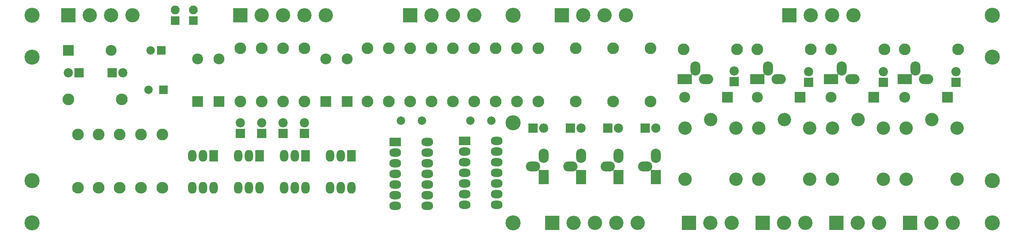
<source format=gbr>
G04 #@! TF.FileFunction,Soldermask,Top*
%FSLAX46Y46*%
G04 Gerber Fmt 4.6, Leading zero omitted, Abs format (unit mm)*
G04 Created by KiCad (PCBNEW 4.0.5+dfsg1-4) date Mon Apr  5 20:02:12 2021*
%MOMM*%
%LPD*%
G01*
G04 APERTURE LIST*
%ADD10C,0.100000*%
%ADD11C,2.000000*%
%ADD12R,2.000000X2.000000*%
%ADD13R,2.600000X2.600000*%
%ADD14O,2.600000X2.600000*%
%ADD15R,2.200000X2.200000*%
%ADD16C,2.200000*%
%ADD17C,3.400000*%
%ADD18R,3.400000X3.400000*%
%ADD19R,2.100000X2.100000*%
%ADD20O,2.100000X2.100000*%
%ADD21C,3.200000*%
%ADD22O,2.400000X3.400000*%
%ADD23R,3.400000X2.400000*%
%ADD24O,3.400000X2.400000*%
%ADD25C,2.800000*%
%ADD26O,2.800000X2.800000*%
%ADD27R,2.000000X2.800000*%
%ADD28O,2.000000X2.800000*%
%ADD29R,2.800000X2.000000*%
%ADD30O,2.800000X2.000000*%
%ADD31R,2.400000X3.400000*%
%ADD32C,3.600000*%
G04 APERTURE END LIST*
D10*
D11*
X124714000Y-98044000D03*
X119714000Y-98044000D03*
X141224000Y-98044000D03*
X136224000Y-98044000D03*
D12*
X63246000Y-90678000D03*
D11*
X59746000Y-90678000D03*
D13*
X76454000Y-93472000D03*
D14*
X76454000Y-83312000D03*
D15*
X81534000Y-101092000D03*
D16*
X81534000Y-98552000D03*
D15*
X86614000Y-101092000D03*
D16*
X86614000Y-98552000D03*
D15*
X91694000Y-101092000D03*
D16*
X91694000Y-98552000D03*
D15*
X96774000Y-101092000D03*
D16*
X96774000Y-98552000D03*
D15*
X199009000Y-88773000D03*
D16*
X199009000Y-86233000D03*
D15*
X216662000Y-88900000D03*
D16*
X216662000Y-86360000D03*
D15*
X234442000Y-88900000D03*
D16*
X234442000Y-86360000D03*
D15*
X251714000Y-88900000D03*
D16*
X251714000Y-86360000D03*
D13*
X197358000Y-92456000D03*
D14*
X187198000Y-92456000D03*
D17*
X86614000Y-72898000D03*
X91694000Y-72898000D03*
D18*
X81534000Y-72898000D03*
D17*
X96774000Y-72898000D03*
X101854000Y-72898000D03*
X127000000Y-72898000D03*
X132080000Y-72898000D03*
D18*
X121920000Y-72898000D03*
D17*
X137160000Y-72898000D03*
X45720000Y-72898000D03*
X50800000Y-72898000D03*
D18*
X40640000Y-72898000D03*
D17*
X55880000Y-72898000D03*
X217170000Y-72898000D03*
X222250000Y-72898000D03*
D18*
X212090000Y-72898000D03*
D17*
X227330000Y-72898000D03*
X163068000Y-72898000D03*
X168148000Y-72898000D03*
D18*
X157988000Y-72898000D03*
D17*
X173228000Y-72898000D03*
D18*
X188214000Y-122428000D03*
D17*
X193294000Y-122428000D03*
X198374000Y-122428000D03*
D18*
X205740000Y-122428000D03*
D17*
X210820000Y-122428000D03*
X215900000Y-122428000D03*
D18*
X223266000Y-122428000D03*
D17*
X228346000Y-122428000D03*
X233426000Y-122428000D03*
D18*
X240792000Y-122428000D03*
D17*
X245872000Y-122428000D03*
X250952000Y-122428000D03*
X160782000Y-122428000D03*
X165862000Y-122428000D03*
D18*
X155702000Y-122428000D03*
D17*
X170942000Y-122428000D03*
X176022000Y-122428000D03*
D19*
X70358000Y-74168000D03*
D20*
X70358000Y-71628000D03*
D19*
X66040000Y-74168000D03*
D20*
X66040000Y-71628000D03*
D21*
X193421000Y-97790000D03*
X187325000Y-112014000D03*
X187325000Y-99822000D03*
X199390000Y-112014000D03*
X199390000Y-99822000D03*
X210947000Y-97790000D03*
X204851000Y-112014000D03*
X204851000Y-99822000D03*
X216916000Y-112014000D03*
X216916000Y-99822000D03*
X228473000Y-97790000D03*
X222377000Y-112014000D03*
X222377000Y-99822000D03*
X234442000Y-112014000D03*
X234442000Y-99822000D03*
X245999000Y-97790000D03*
X239903000Y-112014000D03*
X239903000Y-99822000D03*
X251968000Y-112014000D03*
X251968000Y-99822000D03*
D22*
X189738000Y-85598000D03*
D23*
X187198000Y-88138000D03*
D24*
X192278000Y-88138000D03*
D22*
X207010000Y-85598000D03*
D23*
X204470000Y-88138000D03*
D24*
X209550000Y-88138000D03*
D22*
X224536000Y-85598000D03*
D23*
X221996000Y-88138000D03*
D24*
X227076000Y-88138000D03*
D22*
X242062000Y-85598000D03*
D23*
X239522000Y-88138000D03*
D24*
X244602000Y-88138000D03*
D25*
X81534000Y-93472000D03*
D26*
X81534000Y-80772000D03*
D25*
X62992000Y-101346000D03*
D26*
X62992000Y-114046000D03*
D25*
X57912000Y-101346000D03*
D26*
X57912000Y-114046000D03*
D25*
X52832000Y-101346000D03*
D26*
X52832000Y-114046000D03*
D25*
X47879000Y-101346000D03*
D26*
X47879000Y-114046000D03*
D25*
X186944000Y-81026000D03*
D26*
X199644000Y-81026000D03*
D27*
X75184000Y-106426000D03*
D28*
X70104000Y-114046000D03*
X72644000Y-106426000D03*
X72644000Y-114046000D03*
X70104000Y-106426000D03*
X75184000Y-114046000D03*
D27*
X86106000Y-106426000D03*
D28*
X81026000Y-114046000D03*
X83566000Y-106426000D03*
X83566000Y-114046000D03*
X81026000Y-106426000D03*
X86106000Y-114046000D03*
D27*
X97028000Y-106426000D03*
D28*
X91948000Y-114046000D03*
X94488000Y-106426000D03*
X94488000Y-114046000D03*
X91948000Y-106426000D03*
X97028000Y-114046000D03*
D27*
X107950000Y-106426000D03*
D28*
X102870000Y-114046000D03*
X105410000Y-106426000D03*
X105410000Y-114046000D03*
X102870000Y-106426000D03*
X107950000Y-114046000D03*
D29*
X118364000Y-103124000D03*
D30*
X125984000Y-118364000D03*
X118364000Y-105664000D03*
X125984000Y-115824000D03*
X118364000Y-108204000D03*
X125984000Y-113284000D03*
X118364000Y-110744000D03*
X125984000Y-110744000D03*
X118364000Y-113284000D03*
X125984000Y-108204000D03*
X118364000Y-115824000D03*
X125984000Y-105664000D03*
X118364000Y-118364000D03*
X125984000Y-103124000D03*
D29*
X134874000Y-102870000D03*
D30*
X142494000Y-118110000D03*
X134874000Y-105410000D03*
X142494000Y-115570000D03*
X134874000Y-107950000D03*
X142494000Y-113030000D03*
X134874000Y-110490000D03*
X142494000Y-110490000D03*
X134874000Y-113030000D03*
X142494000Y-107950000D03*
X134874000Y-115570000D03*
X142494000Y-105410000D03*
X134874000Y-118110000D03*
X142494000Y-102870000D03*
D15*
X43180000Y-86614000D03*
D16*
X40640000Y-86614000D03*
D25*
X137160000Y-80772000D03*
D26*
X137160000Y-93472000D03*
D12*
X62738000Y-81280000D03*
D11*
X60238000Y-81280000D03*
D13*
X71374000Y-93472000D03*
D14*
X71374000Y-83312000D03*
D13*
X106934000Y-93472000D03*
D14*
X106934000Y-83312000D03*
D13*
X101854000Y-93472000D03*
D14*
X101854000Y-83312000D03*
D13*
X40640000Y-81280000D03*
D14*
X50800000Y-81280000D03*
D25*
X86614000Y-93472000D03*
D26*
X86614000Y-80772000D03*
D25*
X91694000Y-93472000D03*
D26*
X91694000Y-80772000D03*
D25*
X96774000Y-93472000D03*
D26*
X96774000Y-80772000D03*
D25*
X40640000Y-92964000D03*
D26*
X53340000Y-92964000D03*
D13*
X214630000Y-92456000D03*
D14*
X204470000Y-92456000D03*
D13*
X232156000Y-92456000D03*
D14*
X221996000Y-92456000D03*
D13*
X249682000Y-92456000D03*
D14*
X239522000Y-92456000D03*
D24*
X151130000Y-108966000D03*
D31*
X153670000Y-111506000D03*
D22*
X153670000Y-106426000D03*
D24*
X160020000Y-108966000D03*
D31*
X162560000Y-111506000D03*
D22*
X162560000Y-106426000D03*
D24*
X168910000Y-108966000D03*
D31*
X171450000Y-111506000D03*
D22*
X171450000Y-106426000D03*
D24*
X177800000Y-108966000D03*
D31*
X180340000Y-111506000D03*
D22*
X180340000Y-106426000D03*
D15*
X151130000Y-99822000D03*
D16*
X153670000Y-99822000D03*
D15*
X160020000Y-99822000D03*
D16*
X162560000Y-99822000D03*
D15*
X168910000Y-99822000D03*
D16*
X171450000Y-99822000D03*
D15*
X177800000Y-99822000D03*
D16*
X180340000Y-99822000D03*
D25*
X116840000Y-80772000D03*
D26*
X116840000Y-93472000D03*
D25*
X111760000Y-80772000D03*
D26*
X111760000Y-93472000D03*
D25*
X147320000Y-80772000D03*
D26*
X147320000Y-93472000D03*
D25*
X142240000Y-80772000D03*
D26*
X142240000Y-93472000D03*
D25*
X204470000Y-81026000D03*
D26*
X217170000Y-81026000D03*
D25*
X221996000Y-81026000D03*
D26*
X234696000Y-81026000D03*
D25*
X239522000Y-81026000D03*
D26*
X252222000Y-81026000D03*
D25*
X152400000Y-80772000D03*
D26*
X152400000Y-93472000D03*
D25*
X161290000Y-80772000D03*
D26*
X161290000Y-93472000D03*
D25*
X170180000Y-80772000D03*
D26*
X170180000Y-93472000D03*
D25*
X121920000Y-80772000D03*
D26*
X121920000Y-93472000D03*
D25*
X127000000Y-80772000D03*
D26*
X127000000Y-93472000D03*
D25*
X132080000Y-80772000D03*
D26*
X132080000Y-93472000D03*
D25*
X179070000Y-80772000D03*
D26*
X179070000Y-93472000D03*
D32*
X32004000Y-72898000D03*
X32004000Y-82931000D03*
X32004000Y-122428000D03*
X32004000Y-112395000D03*
X260350000Y-72898000D03*
X260350000Y-82931000D03*
X260350000Y-122428000D03*
X260350000Y-112395000D03*
X146431000Y-72898000D03*
X146431000Y-122428000D03*
X146431000Y-98552000D03*
D15*
X51054000Y-86614000D03*
D16*
X53594000Y-86614000D03*
D25*
X42926000Y-101346000D03*
D26*
X42926000Y-114046000D03*
M02*

</source>
